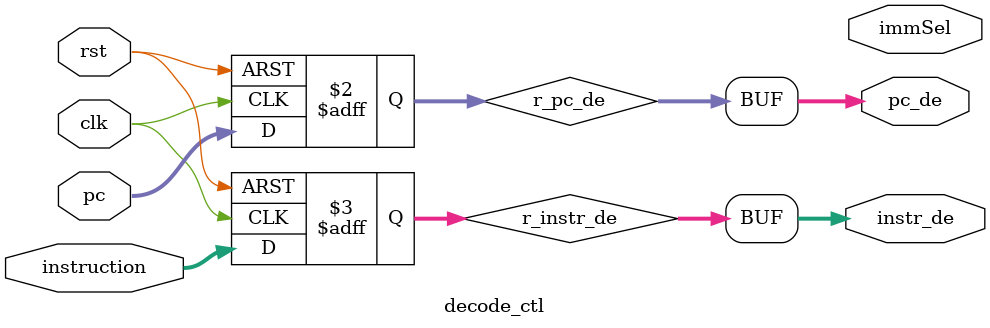
<source format=v>
module decode_ctl(
    input        clk,
    input        rst,
    input [31:0] pc,
    input [31:0] instruction,
    output  [3:0] immSel,
    output [31:0] pc_de,
    output [31:0] instr_de
);

reg [31:0]  r_pc_de;
reg [31:0]  r_instr_de;

assign pc_de = r_pc_de;
assign instr_de = r_instr_de;

always @(posedge clk or posedge rst) begin
    if (rst) begin
        r_pc_de   <= 32'h0;
        r_instr_de <= 32'hxxxxxxxx;
    end else begin      
        r_pc_de    <= pc;
        r_instr_de <= instruction;
    end
end
endmodule

</source>
